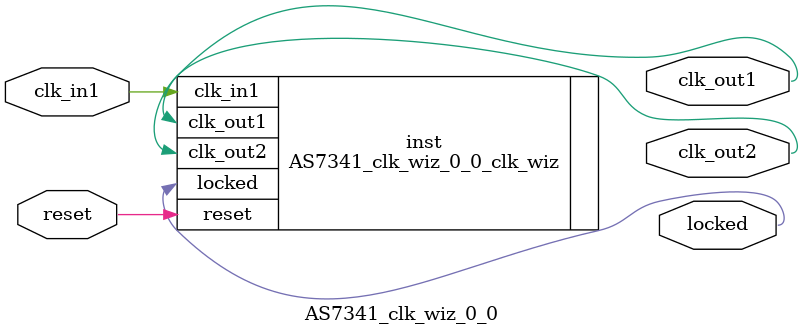
<source format=v>


`timescale 1ps/1ps

(* CORE_GENERATION_INFO = "AS7341_clk_wiz_0_0,clk_wiz_v6_0_13_0_0,{component_name=AS7341_clk_wiz_0_0,use_phase_alignment=true,use_min_o_jitter=false,use_max_i_jitter=false,use_dyn_phase_shift=false,use_inclk_switchover=false,use_dyn_reconfig=false,enable_axi=0,feedback_source=FDBK_AUTO,PRIMITIVE=MMCM,num_out_clk=2,clkin1_period=12.308,clkin2_period=10.000,use_power_down=false,use_reset=true,use_locked=true,use_inclk_stopped=false,feedback_type=SINGLE,CLOCK_MGR_TYPE=NA,manual_override=false}" *)

module AS7341_clk_wiz_0_0 
 (
  // Clock out ports
  output        clk_out1,
  output        clk_out2,
  // Status and control signals
  input         reset,
  output        locked,
 // Clock in ports
  input         clk_in1
 );

  AS7341_clk_wiz_0_0_clk_wiz inst
  (
  // Clock out ports  
  .clk_out1(clk_out1),
  .clk_out2(clk_out2),
  // Status and control signals               
  .reset(reset), 
  .locked(locked),
 // Clock in ports
  .clk_in1(clk_in1)
  );

endmodule

</source>
